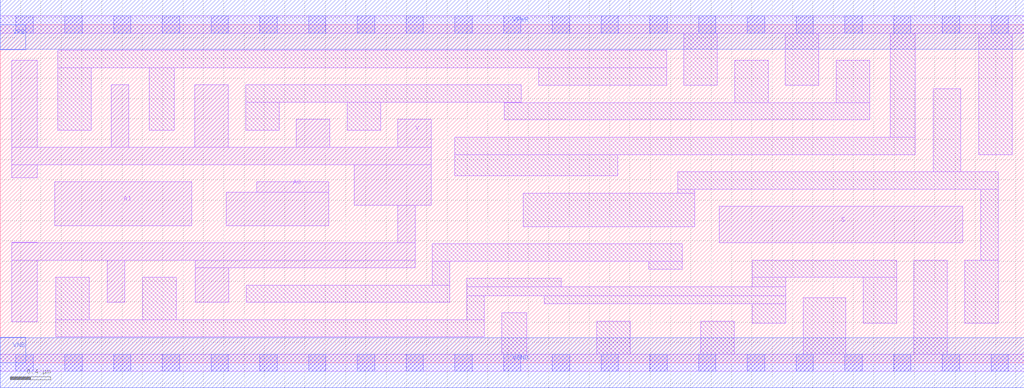
<source format=lef>
# Copyright 2020 The SkyWater PDK Authors
#
# Licensed under the Apache License, Version 2.0 (the "License");
# you may not use this file except in compliance with the License.
# You may obtain a copy of the License at
#
#     https://www.apache.org/licenses/LICENSE-2.0
#
# Unless required by applicable law or agreed to in writing, software
# distributed under the License is distributed on an "AS IS" BASIS,
# WITHOUT WARRANTIES OR CONDITIONS OF ANY KIND, either express or implied.
# See the License for the specific language governing permissions and
# limitations under the License.
#
# SPDX-License-Identifier: Apache-2.0

VERSION 5.5 ;
NAMESCASESENSITIVE ON ;
BUSBITCHARS "[]" ;
DIVIDERCHAR "/" ;
MACRO sky130_fd_sc_ms__mux2i_4
  CLASS CORE ;
  SOURCE USER ;
  ORIGIN  0.000000  0.000000 ;
  SIZE  10.08000 BY  3.330000 ;
  SYMMETRY X Y ;
  SITE unit ;
  PIN A0
    ANTENNAGATEAREA  1.116000 ;
    DIRECTION INPUT ;
    USE SIGNAL ;
    PORT
      LAYER li1 ;
        RECT 2.225000 1.350000 3.235000 1.680000 ;
        RECT 2.525000 1.680000 3.235000 1.780000 ;
    END
  END A0
  PIN A1
    ANTENNAGATEAREA  1.116000 ;
    DIRECTION INPUT ;
    USE SIGNAL ;
    PORT
      LAYER li1 ;
        RECT 0.535000 1.350000 1.885000 1.780000 ;
    END
  END A1
  PIN S
    ANTENNAGATEAREA  1.479000 ;
    DIRECTION INPUT ;
    USE SIGNAL ;
    PORT
      LAYER li1 ;
        RECT 7.080000 1.180000 9.475000 1.540000 ;
    END
  END S
  PIN Y
    ANTENNADIFFAREA  2.868700 ;
    DIRECTION OUTPUT ;
    USE SIGNAL ;
    PORT
      LAYER li1 ;
        RECT 0.115000 0.405000 0.365000 1.010000 ;
        RECT 0.115000 1.010000 4.085000 1.180000 ;
        RECT 0.115000 1.180000 0.365000 1.185000 ;
        RECT 0.115000 1.820000 0.365000 1.950000 ;
        RECT 0.115000 1.950000 4.245000 2.120000 ;
        RECT 0.115000 2.120000 0.365000 2.980000 ;
        RECT 1.055000 0.595000 1.225000 1.010000 ;
        RECT 1.095000 2.120000 1.265000 2.735000 ;
        RECT 1.915000 2.120000 2.245000 2.735000 ;
        RECT 1.920000 0.595000 2.250000 0.935000 ;
        RECT 1.920000 0.935000 4.085000 1.010000 ;
        RECT 2.915000 2.120000 3.245000 2.395000 ;
        RECT 3.485000 1.550000 4.245000 1.950000 ;
        RECT 3.915000 1.180000 4.085000 1.550000 ;
        RECT 3.915000 2.120000 4.245000 2.395000 ;
    END
  END Y
  PIN VGND
    DIRECTION INOUT ;
    USE GROUND ;
    PORT
      LAYER met1 ;
        RECT 0.000000 -0.245000 10.080000 0.245000 ;
    END
  END VGND
  PIN VNB
    DIRECTION INOUT ;
    USE GROUND ;
    PORT
    END
  END VNB
  PIN VPB
    DIRECTION INOUT ;
    USE POWER ;
    PORT
    END
  END VPB
  PIN VNB
    DIRECTION INOUT ;
    USE GROUND ;
    PORT
      LAYER met1 ;
        RECT 0.000000 0.000000 0.250000 0.250000 ;
    END
  END VNB
  PIN VPB
    DIRECTION INOUT ;
    USE POWER ;
    PORT
      LAYER met1 ;
        RECT 0.000000 3.080000 0.250000 3.330000 ;
    END
  END VPB
  PIN VPWR
    DIRECTION INOUT ;
    USE POWER ;
    PORT
      LAYER met1 ;
        RECT 0.000000 3.085000 10.080000 3.575000 ;
    END
  END VPWR
  OBS
    LAYER li1 ;
      RECT 0.000000 -0.085000 10.080000 0.085000 ;
      RECT 0.000000  3.245000 10.080000 3.415000 ;
      RECT 0.545000  0.255000  4.765000 0.425000 ;
      RECT 0.545000  0.425000  0.875000 0.840000 ;
      RECT 0.565000  2.290000  0.895000 2.905000 ;
      RECT 0.565000  2.905000  6.560000 3.075000 ;
      RECT 1.405000  0.425000  1.735000 0.840000 ;
      RECT 1.465000  2.290000  1.715000 2.905000 ;
      RECT 2.415000  2.290000  2.745000 2.565000 ;
      RECT 2.415000  2.565000  5.130000 2.735000 ;
      RECT 2.420000  0.595000  4.425000 0.765000 ;
      RECT 3.415000  2.290000  3.745000 2.565000 ;
      RECT 4.255000  0.765000  4.425000 1.000000 ;
      RECT 4.255000  1.000000  6.715000 1.170000 ;
      RECT 4.475000  1.840000  6.080000 2.050000 ;
      RECT 4.475000  2.050000  9.010000 2.220000 ;
      RECT 4.595000  0.425000  4.765000 0.660000 ;
      RECT 4.595000  0.660000  7.735000 0.750000 ;
      RECT 4.595000  0.750000  5.525000 0.830000 ;
      RECT 4.935000  0.085000  5.185000 0.490000 ;
      RECT 4.960000  2.390000  8.560000 2.560000 ;
      RECT 4.960000  2.560000  5.130000 2.565000 ;
      RECT 5.150000  1.340000  6.840000 1.670000 ;
      RECT 5.300000  2.730000  6.560000 2.905000 ;
      RECT 5.355000  0.580000  7.735000 0.660000 ;
      RECT 5.875000  0.085000  6.205000 0.410000 ;
      RECT 6.385000  0.920000  6.715000 1.000000 ;
      RECT 6.670000  1.670000  6.840000 1.710000 ;
      RECT 6.670000  1.710000  9.825000 1.880000 ;
      RECT 6.730000  2.730000  7.060000 3.245000 ;
      RECT 6.895000  0.085000  7.225000 0.410000 ;
      RECT 7.230000  2.560000  7.560000 2.980000 ;
      RECT 7.405000  0.390000  7.735000 0.580000 ;
      RECT 7.405000  0.750000  7.735000 0.840000 ;
      RECT 7.405000  0.840000  8.825000 1.010000 ;
      RECT 7.730000  2.730000  8.060000 3.245000 ;
      RECT 7.905000  0.085000  8.325000 0.640000 ;
      RECT 8.230000  2.560000  8.560000 2.980000 ;
      RECT 8.495000  0.390000  8.825000 0.840000 ;
      RECT 8.760000  2.220000  9.010000 3.245000 ;
      RECT 8.995000  0.085000  9.325000 1.010000 ;
      RECT 9.185000  1.880000  9.455000 2.700000 ;
      RECT 9.495000  0.390000  9.825000 1.010000 ;
      RECT 9.635000  2.050000  9.965000 3.245000 ;
      RECT 9.655000  1.010000  9.825000 1.710000 ;
    LAYER mcon ;
      RECT 0.155000 -0.085000 0.325000 0.085000 ;
      RECT 0.155000  3.245000 0.325000 3.415000 ;
      RECT 0.635000 -0.085000 0.805000 0.085000 ;
      RECT 0.635000  3.245000 0.805000 3.415000 ;
      RECT 1.115000 -0.085000 1.285000 0.085000 ;
      RECT 1.115000  3.245000 1.285000 3.415000 ;
      RECT 1.595000 -0.085000 1.765000 0.085000 ;
      RECT 1.595000  3.245000 1.765000 3.415000 ;
      RECT 2.075000 -0.085000 2.245000 0.085000 ;
      RECT 2.075000  3.245000 2.245000 3.415000 ;
      RECT 2.555000 -0.085000 2.725000 0.085000 ;
      RECT 2.555000  3.245000 2.725000 3.415000 ;
      RECT 3.035000 -0.085000 3.205000 0.085000 ;
      RECT 3.035000  3.245000 3.205000 3.415000 ;
      RECT 3.515000 -0.085000 3.685000 0.085000 ;
      RECT 3.515000  3.245000 3.685000 3.415000 ;
      RECT 3.995000 -0.085000 4.165000 0.085000 ;
      RECT 3.995000  3.245000 4.165000 3.415000 ;
      RECT 4.475000 -0.085000 4.645000 0.085000 ;
      RECT 4.475000  3.245000 4.645000 3.415000 ;
      RECT 4.955000 -0.085000 5.125000 0.085000 ;
      RECT 4.955000  3.245000 5.125000 3.415000 ;
      RECT 5.435000 -0.085000 5.605000 0.085000 ;
      RECT 5.435000  3.245000 5.605000 3.415000 ;
      RECT 5.915000 -0.085000 6.085000 0.085000 ;
      RECT 5.915000  3.245000 6.085000 3.415000 ;
      RECT 6.395000 -0.085000 6.565000 0.085000 ;
      RECT 6.395000  3.245000 6.565000 3.415000 ;
      RECT 6.875000 -0.085000 7.045000 0.085000 ;
      RECT 6.875000  3.245000 7.045000 3.415000 ;
      RECT 7.355000 -0.085000 7.525000 0.085000 ;
      RECT 7.355000  3.245000 7.525000 3.415000 ;
      RECT 7.835000 -0.085000 8.005000 0.085000 ;
      RECT 7.835000  3.245000 8.005000 3.415000 ;
      RECT 8.315000 -0.085000 8.485000 0.085000 ;
      RECT 8.315000  3.245000 8.485000 3.415000 ;
      RECT 8.795000 -0.085000 8.965000 0.085000 ;
      RECT 8.795000  3.245000 8.965000 3.415000 ;
      RECT 9.275000 -0.085000 9.445000 0.085000 ;
      RECT 9.275000  3.245000 9.445000 3.415000 ;
      RECT 9.755000 -0.085000 9.925000 0.085000 ;
      RECT 9.755000  3.245000 9.925000 3.415000 ;
  END
END sky130_fd_sc_ms__mux2i_4
END LIBRARY

</source>
